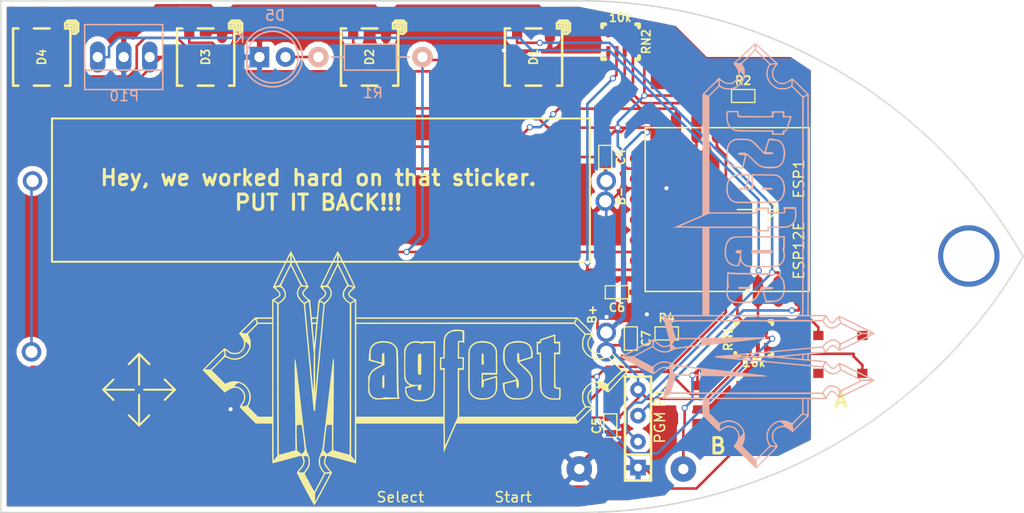
<source format=kicad_pcb>
(kicad_pcb (version 4) (host pcbnew 4.0.4+e1-6308~48~ubuntu16.04.1-stable)
  (layers (0 F.Cu signal) (31 B.Cu signal) (34 B.Paste user hide) (35 F.Paste user hide) (36 B.SilkS user) (37 F.SilkS user) (38 B.Mask user hide) (39 F.Mask user hide) (44 Edge.Cuts user))
  (net 0 "")
  (net 1 GND)
  (net 2 +3V3)
  (net 3 "Net-(D1-Pad2)")
  (net 4 URX)
  (net 5 "Net-(D2-Pad2)")
  (net 6 "Net-(D3-Pad2)")
  (net 7 "Net-(D4-Pad2)")
  (net 8 UTX)
  (net 9 RESET)
  (net 10 GP5)
  (net 11 GP4)
  (net 12 GP0)
  (net 13 GP2)
  (net 14 GP13)
  (net 15 GP12)
  (net 16 GP14)
  (net 17 GP15)
  (net 18 V15)
  (net 19 TOUT)
  (net 20 "Net-(ESP1-Pad9)")
  (net 21 "Net-(ESP1-Pad10)")
  (net 22 "Net-(ESP1-Pad11)")
  (net 23 "Net-(ESP1-Pad12)")
  (net 24 "Net-(ESP1-Pad13)")
  (net 25 "Net-(ESP1-Pad14)")
  (net 26 "Net-(P6-Pad1)")
  (net 27 "Net-(SW1-Pad2)")
  (net 28 "Net-(SW1-Pad3)")
  (net 29 "Net-(SW2-Pad2)")
  (net 30 "Net-(SW2-Pad3)")
  (net 31 "Net-(SW3-Pad2)")
  (net 32 "Net-(SW3-Pad3)")
  (net 33 "Net-(SW4-Pad2)")
  (net 34 "Net-(SW4-Pad3)")
  (net 35 "Net-(SW5-Pad2)")
  (net 36 "Net-(SW5-Pad3)")
  (net 37 "Net-(SW6-Pad2)")
  (net 38 "Net-(SW6-Pad3)")
  (net 39 "Net-(SW7-Pad2)")
  (net 40 "Net-(SW7-Pad3)")
  (net 41 "Net-(SW8-Pad2)")
  (net 42 "Net-(SW8-Pad3)")
  (net 43 "Net-(D5-Pad2)")
  (module ESP12E (layer F.Cu) (at 174.9 61.9 270)
    (fp_text reference ESP1 (at -3 -3 270) (layer F.SilkS))
    (fp_text value ESP12E (at 4 -3 270) (layer F.SilkS))
    (pad 1 smd oval (at -8 -3 270) (size 3 1) (layers F.Cu F.Paste F.Mask) (net 9 RESET))
    (pad 2 smd oval (at -8 -1 270) (size 3 1) (layers F.Cu F.Paste F.Mask) (net 19 TOUT))
    (pad 3 smd oval (at -8 1 270) (size 3 1) (layers F.Cu F.Paste F.Mask) (net 2 +3V3))
    (pad 4 smd oval (at -8 3 270) (size 3 1) (layers F.Cu F.Paste F.Mask) (net 9 RESET))
    (pad 5 smd oval (at -8 5 270) (size 3 1) (layers F.Cu F.Paste F.Mask) (net 16 GP14))
    (pad 6 smd oval (at -8 7 270) (size 3 1) (layers F.Cu F.Paste F.Mask) (net 15 GP12))
    (pad 7 smd oval (at -8 9 270) (size 3 1) (layers F.Cu F.Paste F.Mask) (net 14 GP13))
    (pad 8 smd oval (at -8 11 270) (size 3 1) (layers F.Cu F.Paste F.Mask) (net 2 +3V3))
    (pad 9 smd oval (at -5 12) (size 3 1) (layers F.Cu F.Paste F.Mask) (net 20 "Net-(ESP1-Pad9)"))
    (pad 10 smd oval (at -3 12) (size 3 1) (layers F.Cu F.Paste F.Mask) (net 21 "Net-(ESP1-Pad10)"))
    (pad 11 smd oval (at -1 12) (size 3 1) (layers F.Cu F.Paste F.Mask) (net 22 "Net-(ESP1-Pad11)"))
    (pad 12 smd oval (at 1 12) (size 3 1) (layers F.Cu F.Paste F.Mask) (net 23 "Net-(ESP1-Pad12)"))
    (pad 13 smd oval (at 3 12) (size 3 1) (layers F.Cu F.Paste F.Mask) (net 24 "Net-(ESP1-Pad13)"))
    (pad 14 smd oval (at 5 12) (size 3 1) (layers F.Cu F.Paste F.Mask) (net 25 "Net-(ESP1-Pad14)"))
    (pad 15 smd oval (at 8 11 90) (size 3 1) (layers F.Cu F.Paste F.Mask) (net 1 GND))
    (pad 16 smd oval (at 8 9 90) (size 3 1) (layers F.Cu F.Paste F.Mask) (net 17 GP15))
    (pad 17 smd oval (at 8 7 90) (size 3 1) (layers F.Cu F.Paste F.Mask) (net 13 GP2))
    (pad 18 smd oval (at 8 5 90) (size 3 1) (layers F.Cu F.Paste F.Mask) (net 12 GP0))
    (pad 19 smd oval (at 8 3 90) (size 3 1) (layers F.Cu F.Paste F.Mask) (net 11 GP4))
    (pad 20 smd oval (at 8 1 90) (size 3 1) (layers F.Cu F.Paste F.Mask) (net 10 GP5))
    (pad 21 smd oval (at 8 -1 90) (size 3 1) (layers F.Cu F.Paste F.Mask) (net 4 URX))
    (pad 22 smd oval (at 8 -3 90) (size 3 1) (layers F.Cu F.Paste F.Mask) (net 8 UTX))
  )
  (module WS2812BQ (layer F.Cu) (at 152 47 90)
    (fp_text reference D1 (at 0 0 90) (layer F.SilkS) (effects (font (size 0.8128 0.8128) (thickness 0.1651))))
    (fp_text value WS2812B hide)
    (pad 1 smd rect (at -2.49936 -1.6 90) (size 1.50114 1.00076) (layers F.Cu F.Paste F.Mask) (net 2 +3V3))
    (pad 2 smd rect (at -2.49936 1.6 90) (size 1.50114 1.00076) (layers F.Cu F.Paste F.Mask) (net 3 "Net-(D1-Pad2)"))
    (pad 3 smd oval (at 2.49936 1.6 90) (size 2.26314 1.00076) (layers F.Cu F.Paste F.Mask) (net 1 GND))
    (pad 4 smd rect (at 2.49936 -1.6 90) (size 1.50114 1.00076) (layers F.Cu F.Paste F.Mask) (net 4 URX))
    (pad 1 smd circle (at -3.9 -1.6 90) (size 1.5 1.5) (layers F.Cu F.Paste F.Mask) (net 2 +3V3))
    (pad 2 smd circle (at -3.9 1.6 90) (size 1.5 1.5) (layers F.Cu F.Paste F.Mask) (net 3 "Net-(D1-Pad2)"))
    (pad 3 smd circle (at 3.9 1.6 90) (size 1.5 1.5) (layers F.Cu F.Paste F.Mask) (net 1 GND))
    (pad 4 smd circle (at 3.9 -1.6 90) (size 1.5 1.5) (layers F.Cu F.Paste F.Mask) (net 4 URX))
  )
  (module SM0603 (layer F.Cu) (at 159.004 56.769 270)
    (fp_text reference C4 (at 0 -1.524 270) (layer F.SilkS) (effects (font (size 0.8128 0.8128) (thickness 0.1651))))
    (fp_text value 10u hide)
    (pad 1 smd rect (at -0.762 0 270) (size 0.635 1.143) (layers F.Cu F.Paste F.Mask) (net 2 +3V3))
    (pad 2 smd rect (at 0.762 0 270) (size 0.635 1.143) (layers F.Cu F.Paste F.Mask) (net 1 GND))
  )
  (module SM0603 (layer F.Cu) (at 159.5 83 270)
    (fp_text reference C5 (at 0.03 1.34 270) (layer F.SilkS) (effects (font (size 0.8128 0.8128) (thickness 0.1651))))
    (fp_text value 10u hide)
    (pad 1 smd rect (at -0.762 0 270) (size 0.635 1.143) (layers F.Cu F.Paste F.Mask) (net 2 +3V3))
    (pad 2 smd rect (at 0.762 0 270) (size 0.635 1.143) (layers F.Cu F.Paste F.Mask) (net 1 GND))
  )
  (module NETWORK1206 (layer F.Cu) (at 173.5 74.5 180)
    (fp_text reference RN1 (at 2.5 0 270) (layer F.SilkS) (effects (font (size 0.8128 0.8128) (thickness 0.1651))))
    (fp_text value 10k (at -0.033 -2.356 180) (layer F.SilkS) (effects (font (size 0.8128 0.8128) (thickness 0.1651))))
    (pad 1 smd rect (at -1.2 0.93 180) (size 0.4 1) (layers F.Cu F.Paste F.Mask) (net 17 GP15))
    (pad 2 smd rect (at -0.4 0.93 180) (size 0.4 1) (layers F.Cu F.Paste F.Mask) (net 10 GP5))
    (pad 3 smd rect (at 0.4 0.93 180) (size 0.4 1) (layers F.Cu F.Paste F.Mask) (net 16 GP14))
    (pad 4 smd rect (at 1.2 0.93 180) (size 0.4 1) (layers F.Cu F.Paste F.Mask) (net 11 GP4))
    (pad 5 smd rect (at 1.2 -0.93 180) (size 0.4 1) (layers F.Cu F.Paste F.Mask) (net 2 +3V3))
    (pad 6 smd rect (at 0.4 -0.93 180) (size 0.4 1) (layers F.Cu F.Paste F.Mask) (net 2 +3V3))
    (pad 7 smd rect (at -0.4 -0.93 180) (size 0.4 1) (layers F.Cu F.Paste F.Mask) (net 2 +3V3))
    (pad 8 smd rect (at -1.2 -0.93 180) (size 0.4 1) (layers F.Cu F.Paste F.Mask) (net 1 GND))
  )
  (module NETWORK1206 (layer F.Cu) (at 160.5 45.5)
    (fp_text reference RN2 (at 2.5 0 90) (layer F.SilkS) (effects (font (size 0.8128 0.8128) (thickness 0.1651))))
    (fp_text value 10k (at -0.033 -2.356) (layer F.SilkS) (effects (font (size 0.8128 0.8128) (thickness 0.1651))))
    (pad 1 smd rect (at -1.2 0.93) (size 0.4 1) (layers F.Cu F.Paste F.Mask) (net 12 GP0))
    (pad 2 smd rect (at -0.4 0.93) (size 0.4 1) (layers F.Cu F.Paste F.Mask) (net 13 GP2))
    (pad 3 smd rect (at 0.4 0.93) (size 0.4 1) (layers F.Cu F.Paste F.Mask) (net 14 GP13))
    (pad 4 smd rect (at 1.2 0.93) (size 0.4 1) (layers F.Cu F.Paste F.Mask) (net 15 GP12))
    (pad 5 smd rect (at 1.2 -0.93) (size 0.4 1) (layers F.Cu F.Paste F.Mask) (net 2 +3V3))
    (pad 6 smd rect (at 0.4 -0.93) (size 0.4 1) (layers F.Cu F.Paste F.Mask) (net 2 +3V3))
    (pad 7 smd rect (at -0.4 -0.93) (size 0.4 1) (layers F.Cu F.Paste F.Mask) (net 2 +3V3))
    (pad 8 smd rect (at -1.2 -0.93) (size 0.4 1) (layers F.Cu F.Paste F.Mask) (net 2 +3V3))
  )
  (module SM0603 (layer F.Cu) (at 172.466 50.8)
    (fp_text reference R2 (at 0 -1.5 180) (layer F.SilkS) (effects (font (size 0.8128 0.8128) (thickness 0.1651))))
    (fp_text value 12k hide)
    (pad 1 smd rect (at -0.762 0) (size 0.635 1.143) (layers F.Cu F.Paste F.Mask) (net 9 RESET))
    (pad 2 smd rect (at 0.762 0) (size 0.635 1.143) (layers F.Cu F.Paste F.Mask) (net 2 +3V3))
  )
  (module SM0603 (layer F.Cu) (at 160.147 69.977)
    (fp_text reference C6 (at 0 1.5 180) (layer F.SilkS) (effects (font (size 0.8128 0.8128) (thickness 0.1651))))
    (fp_text value .1u hide)
    (pad 1 smd rect (at -0.762 0) (size 0.635 1.143) (layers F.Cu F.Paste F.Mask) (net 2 +3V3))
    (pad 2 smd rect (at 0.762 0) (size 0.635 1.143) (layers F.Cu F.Paste F.Mask) (net 1 GND))
  )
  (module SM0603 (layer F.Cu) (at 161.5 74.5 90)
    (fp_text reference C7 (at 0 1.5 90) (layer F.SilkS) (effects (font (size 0.8128 0.8128) (thickness 0.1651))))
    (fp_text value .1u hide)
    (pad 1 smd rect (at -0.762 0 90) (size 0.635 1.143) (layers F.Cu F.Paste F.Mask) (net 2 +3V3))
    (pad 2 smd rect (at 0.762 0 90) (size 0.635 1.143) (layers F.Cu F.Paste F.Mask) (net 1 GND))
  )
  (module SM0603 (layer F.Cu) (at 165 74 180)
    (fp_text reference R4 (at 0 1.5 180) (layer F.SilkS) (effects (font (size 0.8128 0.8128) (thickness 0.1651))))
    (fp_text value 12k hide)
    (pad 1 smd rect (at -0.762 0 180) (size 0.635 1.143) (layers F.Cu F.Paste F.Mask) (net 17 GP15))
    (pad 2 smd rect (at 0.762 0 180) (size 0.635 1.143) (layers F.Cu F.Paste F.Mask) (net 1 GND))
  )
  (module SMTPIN (layer F.Cu) (at 159.1 74.9)
    (fp_text reference P3 hide)
    (fp_text value B+ (at -1.366 -2.764 90) (layer F.SilkS) (effects (font (size 0.8128 0.8128) (thickness 0.1651))))
    (pad 1 thru_hole circle (at 0 0.9) (size 1.9 1.9) (drill 1.2) (layers *.Cu *.Mask) (net 2 +3V3))
  )
  (module SMTPIN (layer F.Cu) (at 159.1 59.9)
    (fp_text reference P4 hide)
    (fp_text value B- (at 1.428 0.679 90) (layer F.SilkS) (effects (font (size 0.8128 0.8128) (thickness 0.1651))))
    (pad 1 thru_hole circle (at 0 -0.8) (size 1.9 1.9) (drill 1.2) (layers *.Cu *.Mask) (net 1 GND))
  )
  (module SMTPIN (layer F.Cu) (at 159.1 73.9)
    (fp_text reference P5 hide)
    (fp_text value B+ hide)
    (pad 1 thru_hole circle (at 0 0) (size 1.9 1.9) (drill 1.2) (layers *.Cu *.Mask) (net 2 +3V3))
  )
  (module SMTPIN (layer F.Cu) (at 194.49 66.44)
    (fp_text reference P6 (at 0 1.27) (layer F.SilkS) (effects (font (size 0.8128 0.8128) (thickness 0.1651))))
    (fp_text value HOLE_LANYARD)
    (pad 1 thru_hole circle (at 0 0) (size 6 6) (drill 5) (layers *.Cu *.Mask) (net 26 "Net-(P6-Pad1)"))
  )
  (module SMTPIN (layer F.Cu) (at 159.004 61.087)
    (fp_text reference P7 hide)
    (fp_text value B-)
    (pad 1 thru_hole circle (at 0 0) (size 1.9 1.9) (drill 1.2) (layers *.Cu *.Mask) (net 1 GND))
  )
  (module SMTPIN (layer F.Cu) (at 103 75)
    (fp_text reference P8)
    (fp_text value 1.5)
    (pad 1 thru_hole circle (at 0 0.8) (size 1.9 1.9) (drill 1.2) (layers *.Cu *.Mask) (net 18 V15))
  )
  (module SMTPIN (layer F.Cu) (at 103.1 59.9)
    (fp_text reference P9)
    (fp_text value 1.5)
    (pad 1 thru_hole circle (at 0 -0.8) (size 1.9 1.9) (drill 1.2) (layers *.Cu *.Mask) (net 18 V15))
  )
  (module WS2812BQ (layer F.Cu) (at 136 47 90)
    (fp_text reference D2 (at 0 0 90) (layer F.SilkS) (effects (font (size 0.8128 0.8128) (thickness 0.1651))))
    (fp_text value WS2812B hide)
    (pad 1 smd rect (at -2.49936 -1.6 90) (size 1.50114 1.00076) (layers F.Cu F.Paste F.Mask) (net 2 +3V3))
    (pad 2 smd rect (at -2.49936 1.6 90) (size 1.50114 1.00076) (layers F.Cu F.Paste F.Mask) (net 5 "Net-(D2-Pad2)"))
    (pad 3 smd oval (at 2.49936 1.6 90) (size 2.26314 1.00076) (layers F.Cu F.Paste F.Mask) (net 1 GND))
    (pad 4 smd rect (at 2.49936 -1.6 90) (size 1.50114 1.00076) (layers F.Cu F.Paste F.Mask) (net 3 "Net-(D1-Pad2)"))
    (pad 1 smd circle (at -3.9 -1.6 90) (size 1.5 1.5) (layers F.Cu F.Paste F.Mask) (net 2 +3V3))
    (pad 2 smd circle (at -3.9 1.6 90) (size 1.5 1.5) (layers F.Cu F.Paste F.Mask) (net 5 "Net-(D2-Pad2)"))
    (pad 3 smd circle (at 3.9 1.6 90) (size 1.5 1.5) (layers F.Cu F.Paste F.Mask) (net 1 GND))
    (pad 4 smd circle (at 3.9 -1.6 90) (size 1.5 1.5) (layers F.Cu F.Paste F.Mask) (net 3 "Net-(D1-Pad2)"))
  )
  (module WS2812BQ (layer F.Cu) (at 120 47 90)
    (fp_text reference D3 (at 0 0 90) (layer F.SilkS) (effects (font (size 0.8128 0.8128) (thickness 0.1651))))
    (fp_text value WS2812B hide)
    (pad 1 smd rect (at -2.49936 -1.6 90) (size 1.50114 1.00076) (layers F.Cu F.Paste F.Mask) (net 2 +3V3))
    (pad 2 smd rect (at -2.49936 1.6 90) (size 1.50114 1.00076) (layers F.Cu F.Paste F.Mask) (net 6 "Net-(D3-Pad2)"))
    (pad 3 smd oval (at 2.49936 1.6 90) (size 2.26314 1.00076) (layers F.Cu F.Paste F.Mask) (net 1 GND))
    (pad 4 smd rect (at 2.49936 -1.6 90) (size 1.50114 1.00076) (layers F.Cu F.Paste F.Mask) (net 5 "Net-(D2-Pad2)"))
    (pad 1 smd circle (at -3.9 -1.6 90) (size 1.5 1.5) (layers F.Cu F.Paste F.Mask) (net 2 +3V3))
    (pad 2 smd circle (at -3.9 1.6 90) (size 1.5 1.5) (layers F.Cu F.Paste F.Mask) (net 6 "Net-(D3-Pad2)"))
    (pad 3 smd circle (at 3.9 1.6 90) (size 1.5 1.5) (layers F.Cu F.Paste F.Mask) (net 1 GND))
    (pad 4 smd circle (at 3.9 -1.6 90) (size 1.5 1.5) (layers F.Cu F.Paste F.Mask) (net 5 "Net-(D2-Pad2)"))
  )
  (module WS2812BQ (layer F.Cu) (at 104 47 90)
    (fp_text reference D4 (at 0 0 90) (layer F.SilkS) (effects (font (size 0.8128 0.8128) (thickness 0.1651))))
    (fp_text value WS2812B hide)
    (pad 1 smd rect (at -2.49936 -1.6 90) (size 1.50114 1.00076) (layers F.Cu F.Paste F.Mask) (net 2 +3V3))
    (pad 2 smd rect (at -2.49936 1.6 90) (size 1.50114 1.00076) (layers F.Cu F.Paste F.Mask) (net 7 "Net-(D4-Pad2)"))
    (pad 3 smd oval (at 2.49936 1.6 90) (size 2.26314 1.00076) (layers F.Cu F.Paste F.Mask) (net 1 GND))
    (pad 4 smd rect (at 2.49936 -1.6 90) (size 1.50114 1.00076) (layers F.Cu F.Paste F.Mask) (net 6 "Net-(D3-Pad2)"))
    (pad 1 smd circle (at -3.9 -1.6 90) (size 1.5 1.5) (layers F.Cu F.Paste F.Mask) (net 2 +3V3))
    (pad 2 smd circle (at -3.9 1.6 90) (size 1.5 1.5) (layers F.Cu F.Paste F.Mask) (net 7 "Net-(D4-Pad2)"))
    (pad 3 smd circle (at 3.9 1.6 90) (size 1.5 1.5) (layers F.Cu F.Paste F.Mask) (net 1 GND))
    (pad 4 smd circle (at 3.9 -1.6 90) (size 1.5 1.5) (layers F.Cu F.Paste F.Mask) (net 6 "Net-(D3-Pad2)"))
  )
  (module RECT_4x1 (layer F.Cu) (at 162.2 83.3 90)
    (fp_text reference P1 (at 3.048 2.159 90) (layer F.SilkS))
    (fp_text value PGM (at 0.115 2.138 90) (layer F.SilkS))
    (pad 1 thru_hole rect (at -3.81 0 90) (size 1.524 1.524) (drill 0.762) (layers *.Cu *.Mask) (net 1 GND))
    (pad 2 thru_hole circle (at -1.27 0 90) (size 1.524 1.524) (drill 0.762) (layers *.Cu *.Mask) (net 4 URX))
    (pad 3 thru_hole circle (at 1.27 0 90) (size 1.524 1.524) (drill 0.762) (layers *.Cu *.Mask) (net 8 UTX))
    (pad 4 thru_hole circle (at 3.81 0 90) (size 1.524 1.524) (drill 0.762) (layers *.Cu *.Mask) (net 2 +3V3))
  )
  (module kicad:outline (layer B.Cu) (at 172.3 66.4 90)
    (fp_text reference G1 hide)
    (fp_text value LOGO hide)
  )
  (module kicad:TACTILE (layer F.Cu) (at 113.6 71.4)
    (fp_text reference SW6)
    (fp_text value TACTILE)
    (pad 1 smd rect (at -2.1 -1.9) (size 1 0.9) (layers F.Cu F.Paste F.Mask) (net 14 GP13))
    (pad 2 smd rect (at 2.2 -1.9) (size 1 0.9) (layers F.Cu F.Paste F.Mask) (net 37 "Net-(SW6-Pad2)"))
    (pad 3 smd rect (at -2.1 1.8) (size 1 0.9) (layers F.Cu F.Paste F.Mask) (net 38 "Net-(SW6-Pad3)"))
    (pad 4 smd rect (at 2.2 1.8) (size 1 0.9) (layers F.Cu F.Paste F.Mask) (net 1 GND))
  )
  (module kicad:TACTILE (layer F.Cu) (at 181.9 76.1)
    (fp_text reference SW1)
    (fp_text value TACTILE)
    (pad 1 smd rect (at -2.1 -1.9) (size 1 0.9) (layers F.Cu F.Paste F.Mask) (net 10 GP5))
    (pad 2 smd rect (at 2.2 -1.9) (size 1 0.9) (layers F.Cu F.Paste F.Mask) (net 27 "Net-(SW1-Pad2)"))
    (pad 3 smd rect (at -2.1 1.8) (size 1 0.9) (layers F.Cu F.Paste F.Mask) (net 28 "Net-(SW1-Pad3)"))
    (pad 4 smd rect (at 2.2 1.8) (size 1 0.9) (layers F.Cu F.Paste F.Mask) (net 1 GND))
  )
  (module kicad:TACTILE (layer F.Cu) (at 170.1 81)
    (fp_text reference SW3)
    (fp_text value TACTILE)
    (pad 1 smd rect (at -2.1 -1.9) (size 1 0.9) (layers F.Cu F.Paste F.Mask) (net 11 GP4))
    (pad 2 smd rect (at 2.2 -1.9) (size 1 0.9) (layers F.Cu F.Paste F.Mask) (net 31 "Net-(SW3-Pad2)"))
    (pad 3 smd rect (at -2.1 1.8) (size 1 0.9) (layers F.Cu F.Paste F.Mask) (net 32 "Net-(SW3-Pad3)"))
    (pad 4 smd rect (at 2.2 1.8) (size 1 0.9) (layers F.Cu F.Paste F.Mask) (net 1 GND))
  )
  (module kicad:TACTILE (layer F.Cu) (at 149.8 86.37)
    (fp_text reference SW5)
    (fp_text value TACTILE)
    (pad 1 smd rect (at -2.1 -1.9) (size 1 0.9) (layers F.Cu F.Paste F.Mask) (net 17 GP15))
    (pad 2 smd rect (at 2.2 -1.9) (size 1 0.9) (layers F.Cu F.Paste F.Mask) (net 35 "Net-(SW5-Pad2)"))
    (pad 3 smd rect (at -2.1 1.8) (size 1 0.9) (layers F.Cu F.Paste F.Mask) (net 36 "Net-(SW5-Pad3)"))
    (pad 4 smd rect (at 2.2 1.8) (size 1 0.9) (layers F.Cu F.Paste F.Mask) (net 2 +3V3))
  )
  (module kicad:TACTILE (layer F.Cu) (at 139.04 86.28)
    (fp_text reference SW7)
    (fp_text value TACTILE)
    (pad 1 smd rect (at -2.1 -1.9) (size 1 0.9) (layers F.Cu F.Paste F.Mask) (net 16 GP14))
    (pad 2 smd rect (at 2.2 -1.9) (size 1 0.9) (layers F.Cu F.Paste F.Mask) (net 39 "Net-(SW7-Pad2)"))
    (pad 3 smd rect (at -2.1 1.8) (size 1 0.9) (layers F.Cu F.Paste F.Mask) (net 40 "Net-(SW7-Pad3)"))
    (pad 4 smd rect (at 2.2 1.8) (size 1 0.9) (layers F.Cu F.Paste F.Mask) (net 1 GND))
  )
  (module kicad:TACTILE (layer F.Cu) (at 113.6 87.4)
    (fp_text reference SW4)
    (fp_text value TACTILE)
    (pad 1 smd rect (at -2.1 -1.9) (size 1 0.9) (layers F.Cu F.Paste F.Mask) (net 13 GP2))
    (pad 2 smd rect (at 2.2 -1.9) (size 1 0.9) (layers F.Cu F.Paste F.Mask) (net 33 "Net-(SW4-Pad2)"))
    (pad 3 smd rect (at -2.1 1.8) (size 1 0.9) (layers F.Cu F.Paste F.Mask) (net 34 "Net-(SW4-Pad3)"))
    (pad 4 smd rect (at 2.2 1.8) (size 1 0.9) (layers F.Cu F.Paste F.Mask) (net 1 GND))
  )
  (module kicad:TACTILE (layer F.Cu) (at 105.5 79.5)
    (fp_text reference SW8)
    (fp_text value TACTILE)
    (pad 1 smd rect (at -2.1 -1.9) (size 1 0.9) (layers F.Cu F.Paste F.Mask) (net 15 GP12))
    (pad 2 smd rect (at 2.2 -1.9) (size 1 0.9) (layers F.Cu F.Paste F.Mask) (net 41 "Net-(SW8-Pad2)"))
    (pad 3 smd rect (at -2.1 1.8) (size 1 0.9) (layers F.Cu F.Paste F.Mask) (net 42 "Net-(SW8-Pad3)"))
    (pad 4 smd rect (at 2.2 1.8) (size 1 0.9) (layers F.Cu F.Paste F.Mask) (net 1 GND))
  )
  (module kicad:TACTILE (layer F.Cu) (at 121.6 79.4)
    (fp_text reference SW2)
    (fp_text value TACTILE)
    (pad 1 smd rect (at -2.1 -1.9) (size 1 0.9) (layers F.Cu F.Paste F.Mask) (net 12 GP0))
    (pad 2 smd rect (at 2.2 -1.9) (size 1 0.9) (layers F.Cu F.Paste F.Mask) (net 29 "Net-(SW2-Pad2)"))
    (pad 3 smd rect (at -2.1 1.8) (size 1 0.9) (layers F.Cu F.Paste F.Mask) (net 30 "Net-(SW2-Pad3)"))
    (pad 4 smd rect (at 2.2 1.8) (size 1 0.9) (layers F.Cu F.Paste F.Mask) (net 1 GND))
  )
  (module kicad:outline (layer F.Cu) (at 140.5 79)
    (fp_text reference G*** hide)
    (fp_text value LOGO hide)
  )
  (module Connect:PINHEAD1-3 (layer B.Cu) (at 112 47)
    (fp_text reference P10 (at 0.05 3.8) (layer B.SilkS) (effects (justify mirror)))
    (fp_text value CONN_01X03)
    (pad 1 thru_hole oval (at -2.54 0) (size 1.50622 3.01498) (drill 0.99822) (layers *.Cu *.Mask) (net 10 GP5))
    (pad 2 thru_hole oval (at 0 0) (size 1.50622 3.01498) (drill 0.99822) (layers *.Cu *.Mask) (net 1 GND))
    (pad 3 thru_hole oval (at 2.54 0) (size 1.50622 3.01498) (drill 0.99822) (layers *.Cu *.Mask) (net 2 +3V3))
  )
  (module Resistors_ThroughHole:Resistor_Horizontal_RM10mm (layer B.Cu) (at 131 47)
    (fp_text reference R1 (at 5.32892 3.50012) (layer B.SilkS) (effects (justify mirror)))
    (fp_text value R)
    (pad 1 thru_hole circle (at 0 0) (size 1.99898 1.99898) (drill 1.00076) (layers *.Cu *.SilkS *.Mask) (net 43 "Net-(D5-Pad2)"))
    (pad 2 thru_hole circle (at 10.16 0) (size 1.99898 1.99898) (drill 1.00076) (layers *.Cu *.SilkS *.Mask) (net 12 GP0))
  )
  (module kicad:BUZZER (layer B.Cu) (at 161.544 87.249 180)
    (fp_text reference SP1)
    (fp_text value SPEAKER)
    (pad 2 thru_hole circle (at 5.08 0 180) (size 2.49936 2.49936) (drill 1.00076) (layers *.Cu *.Mask) (net 1 GND))
    (pad 1 thru_hole circle (at -5.08 0 180) (size 2.49936 2.49936) (drill 1.00076) (layers *.Cu *.Mask) (net 11 GP4))
  )
  (module LEDs:LED-5MM (layer B.Cu) (at 125.25 47)
    (fp_text reference D5 (at 1.524 -4.064) (layer B.SilkS) (effects (justify mirror)))
    (fp_text value LED)
    (fp_text user K (at -1.905 -1.905) (layer B.SilkS) (effects (justify mirror)))
    (pad 1 thru_hole rect (at 0 0 270) (size 2 1.9) (drill 1.00076) (layers *.Cu *.Mask) (net 1 GND))
    (pad 2 thru_hole circle (at 2.54 0) (size 1.9 1.9) (drill 1.00076) (layers *.Cu *.Mask) (net 43 "Net-(D5-Pad2)"))
  )
  (gr_text A (at 182 80.5) (layer F.SilkS) (effects (font (size 1.5 1.5) (thickness 0.3))))
  (gr_text B (at 170 85) (layer F.SilkS) (effects (font (size 1.5 1.5) (thickness 0.3))))
  (gr_text Select (at 139 90) (layer F.SilkS) (effects (font (size 1 1))))
  (gr_text Start (at 150 90) (layer F.SilkS) (effects (font (size 1 1))))
  (gr_line (start 110 79.5) (end 111 80.5) (angle 90) (layer F.SilkS) (width 0.2))
  (gr_line (start 110 79.5) (end 111 78.5) (angle 90) (layer F.SilkS) (width 0.2))
  (gr_line (start 113 79.5) (end 110 79.5) (angle 90) (layer F.SilkS) (width 0.2))
  (gr_line (start 117 79.5) (end 114 79.5) (angle 90) (layer F.SilkS) (width 0.2))
  (gr_line (start 113.5 83) (end 112.5 82) (angle 90) (layer F.SilkS) (width 0.2))
  (gr_line (start 113.5 83) (end 114.5 82) (angle 90) (layer F.SilkS) (width 0.2))
  (gr_line (start 113.5 80) (end 113.5 83) (angle 90) (layer F.SilkS) (width 0.2))
  (gr_line (start 117 79.5) (end 116 80.5) (angle 90) (layer F.SilkS) (width 0.2))
  (gr_line (start 117 79.5) (end 116 78.5) (angle 90) (layer F.SilkS) (width 0.2))
  (gr_line (start 113.5 79) (end 113.5 76) (angle 90) (layer F.SilkS) (width 0.2))
  (gr_line (start 113.5 76) (end 112.5 77) (angle 90) (layer F.SilkS) (width 0.2))
  (gr_line (start 113.5 76) (end 114.5 77) (angle 90) (layer F.SilkS) (width 0.2))
  (gr_line (start 113.5 76) (end 114.5 77) (angle 90) (layer F.SilkS) (width 0.2))
  (gr_line (start 113.5 76) (end 112.5 77) (angle 90) (layer F.SilkS) (width 0.2))
  (gr_line (start 113.5 79) (end 113.5 76) (angle 90) (layer F.SilkS) (width 0.2))
  (gr_text "Hey, we worked hard on that sticker.\nPUT IT BACK!!!" (at 131 60) (layer F.SilkS) (effects (font (size 1.5 1.5) (thickness 0.3))))
  (gr_line (start 157.5 53) (end 105 53) (angle 90) (layer F.SilkS) (width 0.2))
  (gr_line (start 157.5 67) (end 157.5 53) (angle 90) (layer F.SilkS) (width 0.2))
  (gr_line (start 105 67) (end 157.5 67) (angle 90) (layer F.SilkS) (width 0.2))
  (gr_line (start 105 53) (end 105 67) (angle 90) (layer F.SilkS) (width 0.2))
  (gr_arc (start 156.494428 91.515426) (end 199.80127 66.5) (angle -60) (layer Edge.Cuts) (width 0.15))
  (gr_arc (start 156.5 41.5) (end 156.5 91.5) (angle -60) (layer Edge.Cuts) (width 0.15))
  (gr_line (start 100 41.5) (end 156.483855 41.502888) (angle 90) (layer Edge.Cuts) (width 0.15))
  (gr_line (start 156.5 91.5) (end 100 91.5) (angle 90) (layer Edge.Cuts) (width 0.15))
  (gr_line (start 100 91.5) (end 100 41.5) (angle 90) (layer Edge.Cuts) (width 0.15))
  (segment (start 159.004 61.087) (end 159.512 61.087) (width 0.254) (layer F.Cu) (net 1))
  (segment (start 159.512 61.087) (end 160.782 59.817) (width 0.254) (layer F.Cu) (net 1))
  (segment (start 160.782 59.817) (end 164.973 59.817) (width 0.254) (layer F.Cu) (net 1))
  (via (at 164.973 59.817) (size 0.6) (drill 0.4) (layers F.Cu B.Cu) (net 1))
  (segment (start 163.692732 72.527266) (end 163.459266 72.527266) (width 0.254) (layer F.Cu) (net 1))
  (via (at 163.068 72.136) (size 0.6) (drill 0.4) (layers F.Cu B.Cu) (net 1))
  (segment (start 163.459266 72.527266) (end 163.068 72.136) (width 0.254) (layer F.Cu) (net 1))
  (segment (start 123.8 81.2) (end 122.635 81.2) (width 0.254) (layer F.Cu) (net 1))
  (segment (start 122.428 81.407) (end 122.301 81.407) (width 0.254) (layer B.Cu) (net 1))
  (via (at 122.428 81.407) (size 0.6) (drill 0.4) (layers F.Cu B.Cu) (net 1))
  (segment (start 122.635 81.2) (end 122.428 81.407) (width 0.254) (layer F.Cu) (net 1))
  (segment (start 159.062 83.762) (end 158.877 83.947) (width 0.254) (layer F.Cu) (net 1))
  (segment (start 158.877 84.2064) (end 158.877 83.947) (width 0.254) (layer B.Cu) (net 1))
  (via (at 158.877 83.947) (size 0.6) (drill 0.4) (layers F.Cu B.Cu) (net 1))
  (segment (start 158.877 84.2064) (end 158.9986 84.328) (width 0.254) (layer B.Cu) (net 1))
  (segment (start 159.062 83.762) (end 159.5 83.762) (width 0.254) (layer F.Cu) (net 1))
  (segment (start 159.004 57.531) (end 159.004 59.004) (width 0.254) (layer F.Cu) (net 1))
  (segment (start 159.004 59.004) (end 159.1 59.1) (width 0.254) (layer F.Cu) (net 1))
  (segment (start 160.909 69.977) (end 163.823 69.977) (width 0.254) (layer F.Cu) (net 1))
  (segment (start 163.823 69.977) (end 163.9 69.9) (width 0.254) (layer F.Cu) (net 1))
  (segment (start 162.2 87.11) (end 162.802 87.11) (width 0.254) (layer F.Cu) (net 1))
  (segment (start 162.802 87.11) (end 164.846 89.154) (width 0.254) (layer F.Cu) (net 1))
  (segment (start 172.3 84.748) (end 172.3 82.8) (width 0.254) (layer F.Cu) (net 1))
  (segment (start 167.894 89.154) (end 172.3 84.748) (width 0.254) (layer F.Cu) (net 1))
  (segment (start 164.846 89.154) (end 167.894 89.154) (width 0.254) (layer F.Cu) (net 1))
  (segment (start 158.9986 83.6984) (end 158.9986 84.328) (width 0.254) (layer B.Cu) (net 1))
  (segment (start 158.9986 84.328) (end 158.9986 84.7144) (width 0.254) (layer B.Cu) (net 1))
  (segment (start 158.9986 84.7144) (end 156.464 87.249) (width 0.254) (layer B.Cu) (net 1))
  (segment (start 156.464 87.249) (end 156.464 86.798) (width 0.254) (layer F.Cu) (net 1))
  (segment (start 156.464 86.798) (end 159.5 83.762) (width 0.254) (layer F.Cu) (net 1))
  (segment (start 159.766 47.752) (end 150.495 47.752) (width 0.254) (layer B.Cu) (net 1))
  (segment (start 159.1 52.101) (end 160.655 50.546) (width 0.254) (layer B.Cu) (net 1))
  (segment (start 160.655 50.546) (end 160.655 48.641) (width 0.254) (layer B.Cu) (net 1))
  (segment (start 160.655 48.641) (end 159.766 47.752) (width 0.254) (layer B.Cu) (net 1))
  (segment (start 159.1 59.1) (end 159.1 52.101) (width 0.254) (layer B.Cu) (net 1))
  (segment (start 148.971 46.228) (end 148.971 41.994) (width 0.254) (layer F.Cu) (net 1))
  (segment (start 149.098 46.355) (end 148.971 46.228) (width 0.254) (layer F.Cu) (net 1))
  (via (at 149.098 46.355) (size 0.6) (drill 0.4) (layers F.Cu B.Cu) (net 1))
  (segment (start 150.495 47.752) (end 149.098 46.355) (width 0.254) (layer B.Cu) (net 1))
  (segment (start 159.131 72.5487) (end 159.131 72.39) (width 0.254) (layer F.Cu) (net 1))
  (via (at 159.131 72.39) (size 0.6) (drill 0.4) (layers F.Cu B.Cu) (net 1))
  (segment (start 159.131 72.39) (end 159.1 72.39) (width 0.254) (layer B.Cu) (net 1))
  (segment (start 159.1 72.39) (end 159.131 72.39) (width 0.254) (layer B.Cu) (net 1))
  (segment (start 159.131 72.39) (end 159.1 72.39) (width 0.254) (layer B.Cu) (net 1))
  (segment (start 157.5252 73.8867) (end 157.5252 73.2338) (width 0.254) (layer B.Cu) (net 1))
  (segment (start 159.1 72.5487) (end 158.8632 72.5487) (width 0.254) (layer B.Cu) (net 1))
  (segment (start 157.5252 73.8867) (end 157.5252 82.225) (width 0.254) (layer B.Cu) (net 1))
  (segment (start 161.9344 86.6342) (end 158.9986 83.6984) (width 0.254) (layer B.Cu) (net 1))
  (segment (start 158.9986 83.6984) (end 157.5252 82.225) (width 0.254) (layer B.Cu) (net 1))
  (segment (start 159.1 72.5487) (end 159.1 72.39) (width 0.254) (layer B.Cu) (net 1))
  (segment (start 159.1 72.39) (end 159.1 60.9) (width 0.254) (layer B.Cu) (net 1))
  (segment (start 158.2103 72.5487) (end 158.8632 72.5487) (width 0.254) (layer B.Cu) (net 1))
  (segment (start 157.5252 73.2338) (end 158.2103 72.5487) (width 0.254) (layer B.Cu) (net 1))
  (segment (start 125.25 47) (end 125.25 43) (width 0.254) (layer F.Cu) (net 1))
  (segment (start 125.25 43) (end 124.2418 41.9918) (width 0.254) (layer F.Cu) (net 1))
  (segment (start 137.6 43.1) (end 137.6 44.5006) (width 0.254) (layer F.Cu) (net 1))
  (segment (start 153.6 43.1) (end 153.6 44.5006) (width 0.254) (layer F.Cu) (net 1))
  (segment (start 162.2 87.11) (end 162.2 86.6342) (width 0.254) (layer B.Cu) (net 1))
  (segment (start 121.6 43.1) (end 121.6 44.5006) (width 0.254) (layer F.Cu) (net 1))
  (segment (start 159.1 59.65) (end 159.1 60.9) (width 0.254) (layer B.Cu) (net 1))
  (segment (start 163.9 69.9) (end 163.9 71.7559) (width 0.254) (layer F.Cu) (net 1))
  (segment (start 138.706 41.994) (end 137.6 43.1) (width 0.254) (layer F.Cu) (net 1))
  (segment (start 152.494 41.994) (end 148.971 41.994) (width 0.254) (layer F.Cu) (net 1))
  (segment (start 148.971 41.994) (end 138.706 41.994) (width 0.254) (layer F.Cu) (net 1))
  (segment (start 153.6 43.1) (end 152.494 41.994) (width 0.254) (layer F.Cu) (net 1))
  (segment (start 160.9841 72.5487) (end 159.131 72.5487) (width 0.254) (layer F.Cu) (net 1))
  (segment (start 159.131 72.5487) (end 159.1 72.5487) (width 0.254) (layer F.Cu) (net 1))
  (segment (start 161.5 73.0646) (end 160.9841 72.5487) (width 0.254) (layer F.Cu) (net 1))
  (segment (start 161.5 73.738) (end 161.5 73.0646) (width 0.254) (layer F.Cu) (net 1))
  (segment (start 164.238 74) (end 164.238 73.0726) (width 0.254) (layer F.Cu) (net 1))
  (segment (start 163.4107 72.2452) (end 163.692732 72.527266) (width 0.254) (layer F.Cu) (net 1))
  (segment (start 163.692732 72.527266) (end 164.238 73.0726) (width 0.254) (layer F.Cu) (net 1))
  (segment (start 162.5913 73.0646) (end 163.4107 72.2452) (width 0.254) (layer F.Cu) (net 1))
  (segment (start 161.5 73.0646) (end 162.5913 73.0646) (width 0.254) (layer F.Cu) (net 1))
  (segment (start 163.4107 72.2452) (end 163.9 71.7559) (width 0.254) (layer F.Cu) (net 1))
  (segment (start 159.5 83.762) (end 159.5 84.4354) (width 0.254) (layer F.Cu) (net 1))
  (segment (start 141.24 88.08) (end 141.24 87.677) (width 0.254) (layer F.Cu) (net 1))
  (segment (start 162.2 87.11) (end 161.0821 87.11) (width 0.254) (layer F.Cu) (net 1))
  (segment (start 159.5 87.11) (end 161.0821 87.11) (width 0.254) (layer F.Cu) (net 1))
  (segment (start 159.5 87.11) (end 159.5 84.4354) (width 0.254) (layer F.Cu) (net 1))
  (segment (start 172.3 83.2029) (end 172.3 83.6059) (width 0.254) (layer F.Cu) (net 1))
  (segment (start 122.7082 41.9918) (end 121.6 43.1) (width 0.254) (layer F.Cu) (net 1))
  (segment (start 136.4918 41.9918) (end 124.2418 41.9918) (width 0.254) (layer F.Cu) (net 1))
  (segment (start 124.2418 41.9918) (end 122.7082 41.9918) (width 0.254) (layer F.Cu) (net 1))
  (segment (start 137.6 43.1) (end 136.4918 41.9918) (width 0.254) (layer F.Cu) (net 1))
  (segment (start 112 47) (end 112 45.1366) (width 0.254) (layer F.Cu) (net 1))
  (segment (start 115.1874 41.9492) (end 112 45.1366) (width 0.254) (layer F.Cu) (net 1))
  (segment (start 120.4492 41.9492) (end 115.1874 41.9492) (width 0.254) (layer F.Cu) (net 1))
  (segment (start 121.6 43.1) (end 120.4492 41.9492) (width 0.254) (layer F.Cu) (net 1))
  (segment (start 109.8765 43.0131) (end 105.6 43.0131) (width 0.254) (layer F.Cu) (net 1))
  (segment (start 112 45.1366) (end 109.8765 43.0131) (width 0.254) (layer F.Cu) (net 1))
  (segment (start 105.6 44.5006) (end 105.6 43.1) (width 0.254) (layer F.Cu) (net 1))
  (segment (start 105.6 43.1) (end 105.6 43.0131) (width 0.254) (layer F.Cu) (net 1))
  (segment (start 142.539 88.976) (end 141.24 87.677) (width 0.254) (layer F.Cu) (net 1))
  (segment (start 157.634 88.976) (end 142.539 88.976) (width 0.254) (layer F.Cu) (net 1))
  (segment (start 159.5 87.11) (end 157.634 88.976) (width 0.254) (layer F.Cu) (net 1))
  (segment (start 123.8 81.2) (end 123.8 82.0059) (width 0.254) (layer F.Cu) (net 1))
  (segment (start 128.0241 86.23) (end 123.8 82.0059) (width 0.254) (layer F.Cu) (net 1))
  (segment (start 139.793 86.23) (end 128.0241 86.23) (width 0.254) (layer F.Cu) (net 1))
  (segment (start 141.24 87.677) (end 139.793 86.23) (width 0.254) (layer F.Cu) (net 1))
  (segment (start 116.6559 89.15) (end 116.6559 89.2) (width 0.254) (layer F.Cu) (net 1))
  (segment (start 123.8 82.0059) (end 116.6559 89.15) (width 0.254) (layer F.Cu) (net 1))
  (segment (start 115.8 89.2) (end 116.6559 89.2) (width 0.254) (layer F.Cu) (net 1))
  (segment (start 161.9344 86.6342) (end 162.2 86.6342) (width 0.254) (layer B.Cu) (net 1))
  (segment (start 172.3 83.2029) (end 172.3 82.8) (width 0.254) (layer F.Cu) (net 1))
  (segment (start 174.7 79.5941) (end 174.7 76.2859) (width 0.254) (layer F.Cu) (net 1))
  (segment (start 172.3 81.9941) (end 174.7 79.5941) (width 0.254) (layer F.Cu) (net 1))
  (segment (start 172.3 82.8) (end 172.3 81.9941) (width 0.254) (layer F.Cu) (net 1))
  (segment (start 184.1 77.9) (end 184.1 77.0941) (width 0.254) (layer F.Cu) (net 1))
  (segment (start 174.7 75.43) (end 174.7 75.9916) (width 0.254) (layer F.Cu) (net 1))
  (segment (start 174.7 75.9916) (end 174.7 76.2859) (width 0.254) (layer F.Cu) (net 1))
  (segment (start 174.7 75.9916) (end 183.244 75.9916) (width 0.254) (layer F.Cu) (net 1))
  (segment (start 183.244 76.2381) (end 184.1 77.0941) (width 0.254) (layer F.Cu) (net 1))
  (segment (start 183.244 75.9916) (end 183.244 76.2381) (width 0.254) (layer F.Cu) (net 1))
  (segment (start 113.6861 89.2) (end 115.8 89.2) (width 0.254) (layer F.Cu) (net 1))
  (segment (start 107.7 83.2139) (end 113.6861 89.2) (width 0.254) (layer F.Cu) (net 1))
  (segment (start 107.7 81.3) (end 107.7 83.2139) (width 0.254) (layer F.Cu) (net 1))
  (segment (start 109.3118 80.4941) (end 115.8 74.0059) (width 0.254) (layer F.Cu) (net 1))
  (segment (start 107.7 80.4941) (end 109.3118 80.4941) (width 0.254) (layer F.Cu) (net 1))
  (segment (start 107.7 81.3) (end 107.7 80.4941) (width 0.254) (layer F.Cu) (net 1))
  (segment (start 115.8 73.2) (end 115.8 74.0059) (width 0.254) (layer F.Cu) (net 1))
  (segment (start 156.464 82.9001) (end 157.1261 82.238) (width 0.254) (layer F.Cu) (net 2))
  (segment (start 157.1261 82.238) (end 159.5 82.238) (width 0.254) (layer F.Cu) (net 2))
  (segment (start 159.83715 54.30015) (end 160.58385 54.30015) (width 0.254) (layer F.Cu) (net 2))
  (segment (start 160.58385 54.30015) (end 160.984 53.9) (width 0.254) (layer F.Cu) (net 2))
  (segment (start 159.004 56.007) (end 159.004 55.1333) (width 0.254) (layer F.Cu) (net 2))
  (segment (start 159.004 55.1333) (end 159.83715 54.30015) (width 0.254) (layer F.Cu) (net 2))
  (segment (start 159.83715 54.30015) (end 160.2272 53.9101) (width 0.254) (layer F.Cu) (net 2))
  (segment (start 159.1 73.9) (end 158.609 73.9) (width 0.254) (layer F.Cu) (net 2))
  (segment (start 158.609 73.9) (end 158.242 73.533) (width 0.254) (layer F.Cu) (net 2))
  (segment (start 158.242 71.12) (end 159.385 69.977) (width 0.254) (layer F.Cu) (net 2))
  (segment (start 158.242 73.533) (end 158.242 71.12) (width 0.254) (layer F.Cu) (net 2))
  (segment (start 162.687 54.356) (end 163.068 54.356) (width 0.254) (layer F.Cu) (net 2))
  (segment (start 159.1 73.9) (end 159.399 73.9) (width 0.254) (layer B.Cu) (net 2))
  (segment (start 159.399 73.9) (end 160.909 72.39) (width 0.254) (layer B.Cu) (net 2))
  (segment (start 163.068 54.356) (end 163.524 53.9) (width 0.254) (layer F.Cu) (net 2))
  (via (at 163.068 54.356) (size 0.6) (drill 0.4) (layers F.Cu B.Cu) (net 2))
  (segment (start 162.56 54.356) (end 163.068 54.356) (width 0.254) (layer B.Cu) (net 2))
  (segment (start 160.909 56.007) (end 162.56 54.356) (width 0.254) (layer B.Cu) (net 2))
  (segment (start 160.909 72.39) (end 160.909 56.007) (width 0.254) (layer B.Cu) (net 2))
  (segment (start 163.524 53.9) (end 163.9 53.9) (width 0.254) (layer F.Cu) (net 2))
  (segment (start 160.2272 53.9101) (end 160.2272 55.7062) (width 0.254) (layer B.Cu) (net 2))
  (segment (start 160.147 72.898) (end 160.147 72.853) (width 0.254) (layer B.Cu) (net 2))
  (segment (start 160.655 72.39) (end 160.147 72.898) (width 0.254) (layer B.Cu) (net 2))
  (segment (start 160.655 56.134) (end 160.655 72.39) (width 0.254) (layer B.Cu) (net 2))
  (segment (start 160.2272 55.7062) (end 160.655 56.134) (width 0.254) (layer B.Cu) (net 2))
  (via (at 162.8172 50.762) (size 0.6) (layers F.Cu B.Cu) (net 2))
  (via (at 160.2272 53.9101) (size 0.6) (layers F.Cu B.Cu) (net 2))
  (segment (start 159.3 43.7141) (end 160.1 43.7141) (width 0.254) (layer F.Cu) (net 2))
  (segment (start 159.3 44.57) (end 159.3 43.7141) (width 0.254) (layer F.Cu) (net 2))
  (segment (start 173.9 76.2859) (end 173.1 76.2859) (width 0.254) (layer F.Cu) (net 2))
  (segment (start 173.8787 52.0441) (end 173.9 52.0441) (width 0.254) (layer F.Cu) (net 2))
  (segment (start 173.262 51.4274) (end 173.8787 52.0441) (width 0.254) (layer F.Cu) (net 2))
  (segment (start 173.9 53.9) (end 173.9 52.0441) (width 0.254) (layer F.Cu) (net 2))
  (segment (start 160.1 44.142) (end 160.9 44.142) (width 0.254) (layer F.Cu) (net 2))
  (segment (start 160.9 44.57) (end 160.9 44.142) (width 0.254) (layer F.Cu) (net 2))
  (segment (start 160.1 44.57) (end 160.1 44.142) (width 0.254) (layer F.Cu) (net 2))
  (segment (start 160.1 44.142) (end 160.1 43.7141) (width 0.254) (layer F.Cu) (net 2))
  (segment (start 166.5 50.762) (end 165.5726 50.762) (width 0.254) (layer F.Cu) (net 2))
  (segment (start 164 50.762) (end 165.5726 50.762) (width 0.254) (layer F.Cu) (net 2))
  (segment (start 173.228 51.2637) (end 173.262 51.4274) (width 0.254) (layer F.Cu) (net 2))
  (segment (start 173.228 51.2637) (end 173.228 50.8) (width 0.254) (layer F.Cu) (net 2))
  (segment (start 172.5886 49.9108) (end 172.5886 50.5) (width 0.254) (layer F.Cu) (net 2))
  (segment (start 172.2503 49.5725) (end 172.5886 49.9108) (width 0.254) (layer F.Cu) (net 2))
  (segment (start 168.6169 49.5725) (end 172.2503 49.5725) (width 0.254) (layer F.Cu) (net 2))
  (segment (start 167.4274 50.762) (end 168.6169 49.5725) (width 0.254) (layer F.Cu) (net 2))
  (segment (start 173.228 50.8) (end 172.5886 50.5) (width 0.254) (layer F.Cu) (net 2))
  (segment (start 166.5 50.762) (end 167.4274 50.762) (width 0.254) (layer F.Cu) (net 2))
  (segment (start 134.4 49.4994) (end 134.4 50.6059) (width 0.254) (layer F.Cu) (net 2))
  (segment (start 134.4 50.9) (end 134.4 50.6059) (width 0.254) (layer F.Cu) (net 2))
  (segment (start 150.4 50.9) (end 150.4 49.4994) (width 0.254) (layer F.Cu) (net 2))
  (segment (start 152 87.3641) (end 156.464 82.9001) (width 0.254) (layer F.Cu) (net 2))
  (segment (start 156.464 82.9001) (end 156.4527 82.9114) (width 0.254) (layer F.Cu) (net 2))
  (segment (start 152 88.17) (end 152 87.3641) (width 0.254) (layer F.Cu) (net 2))
  (segment (start 162.2 78.25) (end 162.2 79.49) (width 0.254) (layer B.Cu) (net 2))
  (segment (start 159.1 75.15) (end 162.2 78.25) (width 0.254) (layer B.Cu) (net 2))
  (segment (start 164 50.762) (end 163.0726 50.762) (width 0.254) (layer F.Cu) (net 2))
  (segment (start 161.328 44.57) (end 161.7 44.57) (width 0.254) (layer F.Cu) (net 2))
  (segment (start 160.9 44.142) (end 161.328 44.57) (width 0.254) (layer F.Cu) (net 2))
  (segment (start 161.7 44.57) (end 161.7 45.4259) (width 0.254) (layer F.Cu) (net 2))
  (segment (start 172.3 76.2859) (end 173.1 76.2859) (width 0.254) (layer F.Cu) (net 2))
  (segment (start 162.8172 50.762) (end 163.0726 50.762) (width 0.254) (layer F.Cu) (net 2))
  (segment (start 162.8172 46.2651) (end 162.8172 50.762) (width 0.254) (layer F.Cu) (net 2))
  (segment (start 161.978 45.4259) (end 162.8172 46.2651) (width 0.254) (layer F.Cu) (net 2))
  (segment (start 161.7 45.4259) (end 161.978 45.4259) (width 0.254) (layer F.Cu) (net 2))
  (segment (start 173.9 75.43) (end 173.9 76.2859) (width 0.254) (layer F.Cu) (net 2))
  (segment (start 172.3 75.43) (end 172.3 76.2859) (width 0.254) (layer F.Cu) (net 2))
  (segment (start 173.1 75.43) (end 173.1 76.2859) (width 0.254) (layer F.Cu) (net 2))
  (segment (start 102.4 49.4994) (end 102.4 50.9) (width 0.254) (layer F.Cu) (net 2))
  (segment (start 114.54 47) (end 115.649 47) (width 0.254) (layer F.Cu) (net 2))
  (segment (start 118.4 49.4994) (end 118.4 48.3929) (width 0.254) (layer F.Cu) (net 2))
  (segment (start 149.294 52.006) (end 150.4 50.9) (width 0.254) (layer F.Cu) (net 2))
  (segment (start 135.506 52.006) (end 149.294 52.006) (width 0.254) (layer F.Cu) (net 2))
  (segment (start 134.4 50.9) (end 135.506 52.006) (width 0.254) (layer F.Cu) (net 2))
  (segment (start 160.2272 53.9) (end 160.2272 53.9101) (width 0.254) (layer F.Cu) (net 2))
  (segment (start 153.4 53.9) (end 160.2272 53.9) (width 0.254) (layer F.Cu) (net 2))
  (segment (start 150.4 50.9) (end 153.4 53.9) (width 0.254) (layer F.Cu) (net 2))
  (segment (start 160.2272 53.9) (end 160.984 53.9) (width 0.254) (layer F.Cu) (net 2))
  (segment (start 160.984 53.9) (end 163.9 53.9) (width 0.254) (layer F.Cu) (net 2))
  (segment (start 160.2272 53.352) (end 160.2272 53.9101) (width 0.254) (layer B.Cu) (net 2))
  (segment (start 162.8172 50.762) (end 160.2272 53.352) (width 0.254) (layer B.Cu) (net 2))
  (segment (start 159.5 82.238) (end 160.4274 82.238) (width 0.254) (layer F.Cu) (net 2))
  (segment (start 162.6178 79.9078) (end 160.4274 82.0982) (width 0.254) (layer F.Cu) (net 2))
  (segment (start 160.4274 82.0982) (end 160.4274 82.238) (width 0.254) (layer F.Cu) (net 2))
  (segment (start 162.2 79.49) (end 162.6178 79.9078) (width 0.254) (layer F.Cu) (net 2))
  (segment (start 172.3 76.9688) (end 172.3 76.2859) (width 0.254) (layer F.Cu) (net 2))
  (segment (start 168.8799 80.3889) (end 172.3 76.9688) (width 0.254) (layer F.Cu) (net 2))
  (segment (start 163.0989 80.3889) (end 168.8799 80.3889) (width 0.254) (layer F.Cu) (net 2))
  (segment (start 162.6178 79.9078) (end 163.0989 80.3889) (width 0.254) (layer F.Cu) (net 2))
  (segment (start 117.0419 48.3929) (end 115.649 47) (width 0.254) (layer F.Cu) (net 2))
  (segment (start 118.4 48.3929) (end 117.0419 48.3929) (width 0.254) (layer F.Cu) (net 2))
  (segment (start 102.4 49.4994) (end 102.4 48.3929) (width 0.254) (layer F.Cu) (net 2))
  (segment (start 106.2923 48.3929) (end 102.4 48.3929) (width 0.254) (layer F.Cu) (net 2))
  (segment (start 107.2795 49.3801) (end 106.2923 48.3929) (width 0.254) (layer F.Cu) (net 2))
  (segment (start 113.2689 49.3801) (end 107.2795 49.3801) (width 0.254) (layer F.Cu) (net 2))
  (segment (start 115.649 47) (end 113.2689 49.3801) (width 0.254) (layer F.Cu) (net 2))
  (segment (start 118.4 49.4994) (end 118.4 50.9) (width 0.254) (layer F.Cu) (net 2))
  (segment (start 133.2561 52.0439) (end 134.4 50.9) (width 0.254) (layer F.Cu) (net 2))
  (segment (start 119.5439 52.0439) (end 133.2561 52.0439) (width 0.254) (layer F.Cu) (net 2))
  (segment (start 118.4 50.9) (end 119.5439 52.0439) (width 0.254) (layer F.Cu) (net 2))
  (segment (start 160.4606 75.15) (end 160.5726 75.262) (width 0.254) (layer F.Cu) (net 2))
  (segment (start 159.1 75.15) (end 160.4606 75.15) (width 0.254) (layer F.Cu) (net 2))
  (segment (start 161.5 75.262) (end 160.5726 75.262) (width 0.254) (layer F.Cu) (net 2))
  (segment (start 160.2272 72.7728) (end 160.147 72.853) (width 0.254) (layer B.Cu) (net 2))
  (segment (start 160.147 72.853) (end 159.1 73.9) (width 0.254) (layer B.Cu) (net 2))
  (segment (start 159.1 73.9) (end 159.1 75.15) (width 0.254) (layer B.Cu) (net 2))
  (segment (start 153.6 50.9) (end 153.6 49.4994) (width 0.254) (layer F.Cu) (net 3))
  (segment (start 134.4 43.1) (end 134.4 44.5006) (width 0.254) (layer F.Cu) (net 3))
  (segment (start 137.1858 48.3929) (end 153.6 48.3929) (width 0.254) (layer F.Cu) (net 3))
  (segment (start 134.4 45.6071) (end 137.1858 48.3929) (width 0.254) (layer F.Cu) (net 3))
  (segment (start 134.4 44.5006) (end 134.4 45.6071) (width 0.254) (layer F.Cu) (net 3))
  (segment (start 153.6 49.4994) (end 153.6 48.3929) (width 0.254) (layer F.Cu) (net 3))
  (via (at 175.2902 68.0441) (size 0.6) (layers F.Cu B.Cu) (net 4))
  (via (at 152.6136 45.6071) (size 0.6) (layers F.Cu B.Cu) (net 4))
  (segment (start 175.9 69.9) (end 175.9 68.0441) (width 0.254) (layer F.Cu) (net 4))
  (segment (start 175.2902 68.0441) (end 175.9 68.0441) (width 0.254) (layer F.Cu) (net 4))
  (segment (start 150.4 44.5006) (end 150.4 43.1) (width 0.254) (layer F.Cu) (net 4))
  (segment (start 162.5743 80.76) (end 175.2902 68.0441) (width 0.254) (layer B.Cu) (net 4))
  (segment (start 161.8623 80.76) (end 162.5743 80.76) (width 0.254) (layer B.Cu) (net 4))
  (segment (start 161.0748 81.5475) (end 161.8623 80.76) (width 0.254) (layer B.Cu) (net 4))
  (segment (start 161.0748 83.4448) (end 161.0748 81.5475) (width 0.254) (layer B.Cu) (net 4))
  (segment (start 162.2 84.57) (end 161.0748 83.4448) (width 0.254) (layer B.Cu) (net 4))
  (segment (start 150.4 44.5006) (end 150.4 45.6071) (width 0.254) (layer F.Cu) (net 4))
  (segment (start 159.4053 45.6071) (end 152.6136 45.6071) (width 0.254) (layer B.Cu) (net 4))
  (segment (start 175.2902 61.492) (end 159.4053 45.6071) (width 0.254) (layer B.Cu) (net 4))
  (segment (start 175.2902 68.0441) (end 175.2902 61.492) (width 0.254) (layer B.Cu) (net 4))
  (segment (start 150.4 45.6071) (end 152.6136 45.6071) (width 0.254) (layer F.Cu) (net 4))
  (segment (start 137.6 50.9) (end 137.6 49.4994) (width 0.254) (layer F.Cu) (net 5))
  (segment (start 118.4 43.1) (end 118.4 44.5006) (width 0.254) (layer F.Cu) (net 5))
  (segment (start 118.4 44.5006) (end 118.4 45.6071) (width 0.254) (layer F.Cu) (net 5))
  (segment (start 120.653 45.6071) (end 118.4 45.6071) (width 0.254) (layer F.Cu) (net 5))
  (segment (start 123.4387 48.3928) (end 120.653 45.6071) (width 0.254) (layer F.Cu) (net 5))
  (segment (start 136.4934 48.3928) (end 123.4387 48.3928) (width 0.254) (layer F.Cu) (net 5))
  (segment (start 137.6 49.4994) (end 136.4934 48.3928) (width 0.254) (layer F.Cu) (net 5))
  (segment (start 121.6 50.9) (end 121.6 49.4994) (width 0.254) (layer F.Cu) (net 6))
  (segment (start 121.6 49.4994) (end 121.6 48.3929) (width 0.254) (layer F.Cu) (net 6))
  (segment (start 102.4 43.1) (end 102.4 44.5006) (width 0.254) (layer F.Cu) (net 6))
  (segment (start 120.4935 48.3929) (end 121.6 48.3929) (width 0.254) (layer F.Cu) (net 6))
  (segment (start 117.2201 45.1195) (end 120.4935 48.3929) (width 0.254) (layer F.Cu) (net 6))
  (segment (start 114.0686 45.1195) (end 117.2201 45.1195) (width 0.254) (layer F.Cu) (net 6))
  (segment (start 113.27 45.9181) (end 114.0686 45.1195) (width 0.254) (layer F.Cu) (net 6))
  (segment (start 113.27 48.1033) (end 113.27 45.9181) (width 0.254) (layer F.Cu) (net 6))
  (segment (start 112.4762 48.8971) (end 113.27 48.1033) (width 0.254) (layer F.Cu) (net 6))
  (segment (start 107.4968 48.8971) (end 112.4762 48.8971) (width 0.254) (layer F.Cu) (net 6))
  (segment (start 104.2068 45.6071) (end 107.4968 48.8971) (width 0.254) (layer F.Cu) (net 6))
  (segment (start 102.4 45.6071) (end 104.2068 45.6071) (width 0.254) (layer F.Cu) (net 6))
  (segment (start 102.4 44.5006) (end 102.4 45.6071) (width 0.254) (layer F.Cu) (net 6))
  (segment (start 105.6 50.9) (end 105.6 49.4994) (width 0.254) (layer F.Cu) (net 7))
  (via (at 177.2119 71.7559) (size 0.6) (layers F.Cu B.Cu) (net 8))
  (segment (start 177.9 69.9) (end 177.9 71.7559) (width 0.254) (layer F.Cu) (net 8))
  (segment (start 177.2119 71.7559) (end 177.9 71.7559) (width 0.254) (layer F.Cu) (net 8))
  (segment (start 172.4741 71.7559) (end 162.2 82.03) (width 0.254) (layer B.Cu) (net 8))
  (segment (start 177.2119 71.7559) (end 172.4741 71.7559) (width 0.254) (layer B.Cu) (net 8))
  (segment (start 171.9 55.7559) (end 177.9 55.7559) (width 0.254) (layer F.Cu) (net 9))
  (segment (start 171.9 53.9) (end 171.9 55.7559) (width 0.254) (layer F.Cu) (net 9))
  (segment (start 177.9 53.9) (end 177.9 55.7559) (width 0.254) (layer F.Cu) (net 9))
  (segment (start 171.738 51.8821) (end 171.9 52.0441) (width 0.254) (layer F.Cu) (net 9))
  (segment (start 171.704 50.8) (end 171.738 51.8821) (width 0.254) (layer F.Cu) (net 9))
  (segment (start 171.9 53.9) (end 171.9 52.0441) (width 0.254) (layer F.Cu) (net 9))
  (via (at 173.9778 67.8525) (size 0.6) (layers F.Cu B.Cu) (net 10))
  (segment (start 179.8 74.2) (end 179.8 73.3941) (width 0.254) (layer F.Cu) (net 10))
  (segment (start 173.9 73.57) (end 173.9 72.7141) (width 0.254) (layer F.Cu) (net 10))
  (segment (start 173.9 69.9) (end 173.9 71.7559) (width 0.254) (layer F.Cu) (net 10))
  (segment (start 179.12 72.7141) (end 173.9 72.7141) (width 0.254) (layer F.Cu) (net 10))
  (segment (start 179.8 73.3941) (end 179.12 72.7141) (width 0.254) (layer F.Cu) (net 10))
  (segment (start 173.9 72.7141) (end 173.9 71.7559) (width 0.254) (layer F.Cu) (net 10))
  (segment (start 109.46 47) (end 110.569 47) (width 0.254) (layer B.Cu) (net 10))
  (segment (start 173.9778 60.9341) (end 173.9778 67.8525) (width 0.254) (layer B.Cu) (net 10))
  (segment (start 159.3709 46.3272) (end 173.9778 60.9341) (width 0.254) (layer B.Cu) (net 10))
  (segment (start 151.836 46.3272) (end 159.3709 46.3272) (width 0.254) (layer B.Cu) (net 10))
  (segment (start 150.6332 45.1244) (end 151.836 46.3272) (width 0.254) (layer B.Cu) (net 10))
  (segment (start 111.4742 45.1244) (end 150.6332 45.1244) (width 0.254) (layer B.Cu) (net 10))
  (segment (start 110.569 46.0296) (end 111.4742 45.1244) (width 0.254) (layer B.Cu) (net 10))
  (segment (start 110.569 47) (end 110.569 46.0296) (width 0.254) (layer B.Cu) (net 10))
  (segment (start 173.9 67.9303) (end 173.9 69.9) (width 0.254) (layer F.Cu) (net 10))
  (segment (start 173.9778 67.8525) (end 173.9 67.9303) (width 0.254) (layer F.Cu) (net 10))
  (segment (start 166.624 87.249) (end 166.624 83.185) (width 0.254) (layer F.Cu) (net 11))
  (segment (start 167.9169 77.7011) (end 168 77.7011) (width 0.254) (layer F.Cu) (net 11))
  (segment (start 167.513 78.105) (end 167.9169 77.7011) (width 0.254) (layer F.Cu) (net 11))
  (via (at 167.513 78.105) (size 0.6) (drill 0.4) (layers F.Cu B.Cu) (net 11))
  (segment (start 167.513 80.518) (end 167.513 78.105) (width 0.254) (layer B.Cu) (net 11))
  (segment (start 166.751 81.28) (end 167.513 80.518) (width 0.254) (layer B.Cu) (net 11))
  (via (at 166.751 81.28) (size 0.6) (drill 0.4) (layers F.Cu B.Cu) (net 11))
  (segment (start 166.751 83.058) (end 166.751 81.28) (width 0.254) (layer F.Cu) (net 11))
  (segment (start 166.624 83.185) (end 166.751 83.058) (width 0.254) (layer F.Cu) (net 11))
  (segment (start 172.3 73.57) (end 172.3 72.7141) (width 0.254) (layer F.Cu) (net 11))
  (segment (start 172.1311 73.57) (end 172.3 73.57) (width 0.254) (layer F.Cu) (net 11))
  (segment (start 168 77.7011) (end 172.1311 73.57) (width 0.254) (layer F.Cu) (net 11))
  (segment (start 168 79.1) (end 168 77.7011) (width 0.254) (layer F.Cu) (net 11))
  (segment (start 171.9 72.3141) (end 172.3 72.7141) (width 0.254) (layer F.Cu) (net 11))
  (segment (start 171.9 69.9) (end 171.9 72.3141) (width 0.254) (layer F.Cu) (net 11))
  (via (at 139.6076 66.0405) (size 0.6) (layers F.Cu B.Cu) (net 12))
  (segment (start 169.9 69.9) (end 169.9 68.0441) (width 0.254) (layer F.Cu) (net 12))
  (segment (start 119.5 77.5) (end 119.5 76.6941) (width 0.254) (layer F.Cu) (net 12))
  (segment (start 167.8964 66.0405) (end 169.9 68.0441) (width 0.254) (layer F.Cu) (net 12))
  (segment (start 139.6076 66.0405) (end 167.8964 66.0405) (width 0.254) (layer F.Cu) (net 12))
  (segment (start 130.1536 66.0405) (end 119.5 76.6941) (width 0.254) (layer F.Cu) (net 12))
  (segment (start 139.6076 66.0405) (end 130.1536 66.0405) (width 0.254) (layer F.Cu) (net 12))
  (segment (start 141.16 64.4881) (end 139.6076 66.0405) (width 0.254) (layer B.Cu) (net 12))
  (segment (start 141.16 47) (end 141.16 64.4881) (width 0.254) (layer B.Cu) (net 12))
  (segment (start 141.4459 47.2859) (end 159.3 47.2859) (width 0.254) (layer F.Cu) (net 12))
  (segment (start 141.16 47) (end 141.4459 47.2859) (width 0.254) (layer F.Cu) (net 12))
  (segment (start 159.3 46.43) (end 159.3 47.2859) (width 0.254) (layer F.Cu) (net 12))
  (via (at 157.2554 67.0717) (size 0.6) (layers F.Cu B.Cu) (net 13))
  (via (at 159.7495 49.0834) (size 0.6) (layers F.Cu B.Cu) (net 13))
  (segment (start 111.5 85.5) (end 111.5 84.6941) (width 0.254) (layer F.Cu) (net 13))
  (segment (start 157.2554 51.5775) (end 159.7495 49.0834) (width 0.254) (layer B.Cu) (net 13))
  (segment (start 157.2554 67.0717) (end 157.2554 51.5775) (width 0.254) (layer B.Cu) (net 13))
  (segment (start 160.0999 47.2859) (end 160.1 47.2859) (width 0.254) (layer F.Cu) (net 13))
  (segment (start 160.0999 48.733) (end 160.0999 47.2859) (width 0.254) (layer F.Cu) (net 13))
  (segment (start 159.7495 49.0834) (end 160.0999 48.733) (width 0.254) (layer F.Cu) (net 13))
  (segment (start 160.1 46.43) (end 160.1 47.2859) (width 0.254) (layer F.Cu) (net 13))
  (segment (start 145.8379 79.1967) (end 157.2554 67.7792) (width 0.254) (layer F.Cu) (net 13))
  (segment (start 116.9974 79.1967) (end 145.8379 79.1967) (width 0.254) (layer F.Cu) (net 13))
  (segment (start 111.5 84.6941) (end 116.9974 79.1967) (width 0.254) (layer F.Cu) (net 13))
  (segment (start 157.2554 67.7792) (end 157.2554 67.0717) (width 0.254) (layer F.Cu) (net 13))
  (segment (start 167.6351 67.7792) (end 167.9 68.0441) (width 0.254) (layer F.Cu) (net 13))
  (segment (start 157.2554 67.7792) (end 167.6351 67.7792) (width 0.254) (layer F.Cu) (net 13))
  (segment (start 167.9 69.9) (end 167.9 68.0441) (width 0.254) (layer F.Cu) (net 13))
  (segment (start 162.4599 52.0441) (end 154.4579 52.0441) (width 0.254) (layer F.Cu) (net 14))
  (segment (start 111.5 68.6941) (end 124.4382 55.7559) (width 0.254) (layer F.Cu) (net 14))
  (segment (start 111.5 68.6941) (end 111.5 69.5) (width 0.254) (layer F.Cu) (net 14))
  (segment (start 149.7301 55.7559) (end 124.4382 55.7559) (width 0.254) (layer F.Cu) (net 14))
  (segment (start 151.638 53.848) (end 149.7301 55.7559) (width 0.254) (layer F.Cu) (net 14))
  (via (at 151.638 53.848) (size 0.6) (drill 0.4) (layers F.Cu B.Cu) (net 14))
  (segment (start 152.654 53.848) (end 151.638 53.848) (width 0.254) (layer B.Cu) (net 14))
  (segment (start 153.924 52.578) (end 152.654 53.848) (width 0.254) (layer B.Cu) (net 14))
  (via (at 153.924 52.578) (size 0.6) (drill 0.4) (layers F.Cu B.Cu) (net 14))
  (segment (start 154.4579 52.0441) (end 153.924 52.578) (width 0.254) (layer F.Cu) (net 14))
  (segment (start 165.9 53.9) (end 165.9 52.0441) (width 0.254) (layer F.Cu) (net 14))
  (segment (start 162.4599 52.0441) (end 165.9 52.0441) (width 0.254) (layer F.Cu) (net 14))
  (segment (start 160.9 50.4842) (end 162.4599 52.0441) (width 0.254) (layer F.Cu) (net 14))
  (segment (start 160.9 46.43) (end 160.9 50.4842) (width 0.254) (layer F.Cu) (net 14))
  (segment (start 103.4 77.6) (end 105.537 75.463) (width 0.254) (layer F.Cu) (net 15))
  (segment (start 161.151 57.9) (end 160.02 56.769) (width 0.254) (layer F.Cu) (net 15))
  (segment (start 160.02 56.769) (end 150.622 56.769) (width 0.254) (layer F.Cu) (net 15))
  (segment (start 150.622 56.769) (end 149.479 57.912) (width 0.254) (layer F.Cu) (net 15))
  (segment (start 167.9 55.7559) (end 167.9 53.9) (width 0.254) (layer F.Cu) (net 15))
  (segment (start 108.8441 71.35) (end 121.0089 71.35) (width 0.254) (layer F.Cu) (net 15))
  (segment (start 121.0089 71.35) (end 134.4589 57.9) (width 0.254) (layer F.Cu) (net 15))
  (segment (start 165.7559 57.9) (end 167.9 55.7559) (width 0.254) (layer F.Cu) (net 15))
  (segment (start 134.4469 57.912) (end 134.4589 57.9) (width 0.254) (layer F.Cu) (net 15))
  (segment (start 149.479 57.912) (end 134.4469 57.912) (width 0.254) (layer F.Cu) (net 15))
  (segment (start 165.7559 57.9) (end 161.151 57.9) (width 0.254) (layer F.Cu) (net 15))
  (segment (start 105.537 74.6571) (end 108.8441 71.35) (width 0.254) (layer F.Cu) (net 15))
  (segment (start 105.537 75.463) (end 105.537 74.6571) (width 0.254) (layer F.Cu) (net 15))
  (segment (start 161.7 50.6013) (end 161.7 46.43) (width 0.254) (layer F.Cu) (net 15))
  (segment (start 162.603 51.5043) (end 161.7 50.6013) (width 0.254) (layer F.Cu) (net 15))
  (segment (start 167.3602 51.5043) (end 162.603 51.5043) (width 0.254) (layer F.Cu) (net 15))
  (segment (start 167.9 52.0441) (end 167.3602 51.5043) (width 0.254) (layer F.Cu) (net 15))
  (segment (start 167.9 53.9) (end 167.9 52.0441) (width 0.254) (layer F.Cu) (net 15))
  (segment (start 173.1 73.57) (end 173.1 74.4259) (width 0.254) (layer F.Cu) (net 16))
  (segment (start 136.94 84.38) (end 136.94 85.1859) (width 0.254) (layer F.Cu) (net 16))
  (segment (start 169.9 53.9) (end 169.9 55.7559) (width 0.254) (layer F.Cu) (net 16))
  (segment (start 172.0358 74.4259) (end 173.1 74.4259) (width 0.254) (layer F.Cu) (net 16))
  (segment (start 169.6949 76.7668) (end 172.0358 74.4259) (width 0.254) (layer F.Cu) (net 16))
  (segment (start 169.6949 78.891) (end 169.6949 76.7668) (width 0.254) (layer F.Cu) (net 16))
  (segment (start 168.6799 79.906) (end 169.6949 78.891) (width 0.254) (layer F.Cu) (net 16))
  (segment (start 167.3257 79.906) (end 168.6799 79.906) (width 0.254) (layer F.Cu) (net 16))
  (segment (start 165.0722 77.6525) (end 167.3257 79.906) (width 0.254) (layer F.Cu) (net 16))
  (segment (start 164.9755 77.7492) (end 165.0722 77.6525) (width 0.254) (layer F.Cu) (net 16))
  (segment (start 160.2734 77.7492) (end 164.9755 77.7492) (width 0.254) (layer F.Cu) (net 16))
  (segment (start 152.7466 85.276) (end 160.2734 77.7492) (width 0.254) (layer F.Cu) (net 16))
  (segment (start 137.0301 85.276) (end 152.7466 85.276) (width 0.254) (layer F.Cu) (net 16))
  (segment (start 136.94 85.1859) (end 137.0301 85.276) (width 0.254) (layer F.Cu) (net 16))
  (segment (start 170.7685 56.6244) (end 169.9 55.7559) (width 0.254) (layer F.Cu) (net 16))
  (segment (start 170.7685 71.9562) (end 170.7685 56.6244) (width 0.254) (layer F.Cu) (net 16))
  (segment (start 165.0722 77.6525) (end 170.7685 71.9562) (width 0.254) (layer F.Cu) (net 16))
  (via (at 158.1811 78.2276) (size 0.6) (layers F.Cu B.Cu) (net 17))
  (via (at 175.2942 74.517) (size 0.6) (layers F.Cu B.Cu) (net 17))
  (segment (start 165.9 69.9) (end 165.9 71.6352) (width 0.254) (layer F.Cu) (net 17))
  (segment (start 165.762 74) (end 165.762 73.0726) (width 0.254) (layer F.Cu) (net 17))
  (segment (start 165.9 72.9346) (end 165.762 73.0726) (width 0.254) (layer F.Cu) (net 17))
  (segment (start 165.9 71.6352) (end 165.9 72.9346) (width 0.254) (layer F.Cu) (net 17))
  (segment (start 147.7 84.47) (end 147.7 83.6641) (width 0.254) (layer F.Cu) (net 17))
  (segment (start 165.762 74) (end 165.0886 74) (width 0.254) (layer F.Cu) (net 17))
  (segment (start 174.7 73.57) (end 174.7 74.4259) (width 0.254) (layer F.Cu) (net 17))
  (segment (start 165.0886 74.5892) (end 165.0886 74) (width 0.254) (layer F.Cu) (net 17))
  (segment (start 162.4116 77.2662) (end 165.0886 74.5892) (width 0.254) (layer F.Cu) (net 17))
  (segment (start 159.1425 77.2662) (end 162.4116 77.2662) (width 0.254) (layer F.Cu) (net 17))
  (segment (start 158.1811 78.2276) (end 159.1425 77.2662) (width 0.254) (layer F.Cu) (net 17))
  (segment (start 153.1365 78.2276) (end 158.1811 78.2276) (width 0.254) (layer F.Cu) (net 17))
  (segment (start 147.7 83.6641) (end 153.1365 78.2276) (width 0.254) (layer F.Cu) (net 17))
  (segment (start 164.0993 85.7119) (end 175.2942 74.517) (width 0.254) (layer B.Cu) (net 17))
  (segment (start 161.7047 85.7119) (end 164.0993 85.7119) (width 0.254) (layer B.Cu) (net 17))
  (segment (start 158.1811 82.1883) (end 161.7047 85.7119) (width 0.254) (layer B.Cu) (net 17))
  (segment (start 158.1811 78.2276) (end 158.1811 82.1883) (width 0.254) (layer B.Cu) (net 17))
  (segment (start 175.2031 74.4259) (end 175.2942 74.517) (width 0.254) (layer F.Cu) (net 17))
  (segment (start 174.7 74.4259) (end 175.2031 74.4259) (width 0.254) (layer F.Cu) (net 17))
  (segment (start 103 60) (end 103 75) (width 0.254) (layer B.Cu) (net 18))
  (segment (start 103.1 59.9) (end 103 60) (width 0.254) (layer B.Cu) (net 18))
  (segment (start 127.79 47) (end 131 47) (width 0.254) (layer F.Cu) (net 43))
  (zone (net 1) (net_name GND) (layer B.Cu) (connect_pads (clearance 0.508)) (min_thickness 0.254) (fill yes (arc_segments 16) (thermal_gap 0.508) (thermal_bridge_width 0.508))
    (polygon (pts (xy 159.385 42.545) (xy 164.338 42.545) (xy 168.91 47.117) (xy 179.07 47.117) (xy 179.07 85.979) (xy 168.656 85.979) (xy 164.338 90.297) (xy 159.258 90.297) (xy 158.369 91.186) (xy 100.203 91.186) (xy 100.203 41.783) (xy 158.623 41.783)))
  )
  (zone (net 1) (net_name GND) (layer F.Cu) (connect_pads (clearance 0.508)) (min_thickness 0.254) (fill yes (arc_segments 16) (thermal_gap 0.508) (thermal_bridge_width 0.508))
    (polygon (pts (xy 164.338 90.297) (xy 168.656 85.979) (xy 179.07 85.979) (xy 179.07 46.99) (xy 168.91 46.99) (xy 164.465 42.545) (xy 159.385 42.545) (xy 158.623 41.783) (xy 100.203 41.783) (xy 100.203 91.186) (xy 158.369 91.186) (xy 159.258 90.297) (xy 159.385 90.297)))
  )
)
</source>
